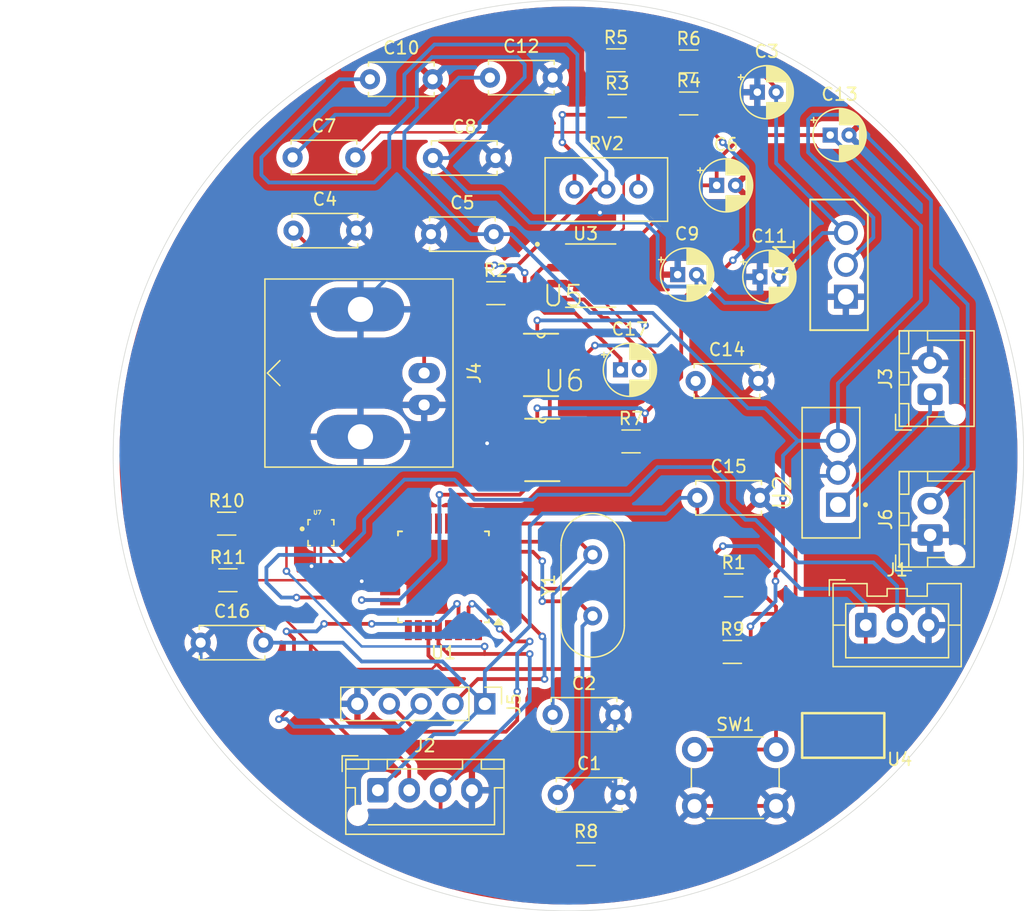
<source format=kicad_pcb>
(kicad_pcb (version 20240108) (generator "pcbnew") (generator_version "8.0")
  (layers (0 "F.Cu" signal) (31 "B.Cu" signal) (34 "B.Paste" user) (35 "F.Paste" user) (36 "B.SilkS" user "B.Silkscreen") (37 "F.SilkS" user "F.Silkscreen") (38 "B.Mask" user) (39 "F.Mask" user) (44 "Edge.Cuts" user))
  (net 0 "")
  (net 1 "osc1")
  (net 2 "T2")
  (net 3 "osc2")
  (net 4 "-5V")
  (net 5 "GND")
  (net 6 "Net-(U5-NON-INV._INPUT)")
  (net 7 "+5V")
  (net 8 "Net-(U5-OUTPUT)")
  (net 9 "Net-(U5-INV._INPUT)")
  (net 10 "7V")
  (net 11 "3.3V")
  (net 12 "Net-(U3-CAP+)")
  (net 13 "Net-(U3-CAP?)")
  (net 14 "SCL")
  (net 15 "SDA")
  (net 16 "+7V")
  (net 17 "Net-(J4-In)")
  (net 18 "Reset_Lora")
  (net 19 "TXD")
  (net 20 "RXD")
  (net 21 "-7V")
  (net 22 "boton")
  (net 23 "Net-(R3-Pad1)")
  (net 24 "Net-(R4-Pad1)")
  (net 25 "Net-(U6-NON-INV._INPUT)")
  (net 26 "OUT_PH")
  (footprint "Connector_JST:JST_XH_B4B-XH-AM_1x04_P2.50mm_Vertical" (layer "F.Cu") (at 48.675 79.52363)
    (property "Reference" "J2")
    (property "Value" "Conn_01x04_Pin")
  )
  (footprint "Capacitor_THT:CP_Radial_D4.0mm_P1.50mm" (layer "F.Cu") (at 84.745 27.27363)
    (property "Reference" "C13")
    (property "Value" "10uF")
  )
  (footprint "Custom_Library:SOT223" (layer "F.Cu") (at 85.785 75.15363 180)
    (property "Reference" "U4")
    (property "Value" "LD1117AS33")
  )
  (footprint "Resistor_SMD:R_1206_3216Metric" (layer "F.Cu") (at 58.085 39.88363)
    (property "Reference" "R2")
    (property "Value" "4.7M")
  )
  (footprint "Capacitor_THT:C_Disc_D5.0mm_W2.5mm_P5.00mm" (layer "F.Cu") (at 34.545 67.75363)
    (property "Reference" "C16")
    (property "Value" "100nf")
  )
  (footprint "Resistor_SMD:R_1206_3216Metric" (layer "F.Cu") (at 36.715 62.77363)
    (property "Reference" "R11")
    (property "Value" "4.7k")
  )
  (footprint "Capacitor_THT:CP_Radial_D4.0mm_P1.50mm" (layer "F.Cu") (at 68.022401 45.99363)
    (property "Reference" "C17")
    (property "Value" "100uF")
  )
  (footprint "Resistor_SMD:R_1206_3216Metric" (layer "F.Cu") (at 76.945 68.49363)
    (property "Reference" "R9")
    (property "Value" "1k")
  )
  (footprint "Custom_Library:TO255P1040X460X1968-3" (layer "F.Cu") (at 85.365 56.75363 90)
    (property "Reference" "U2")
    (property "Value" "L7805CV")
  )
  (footprint "Potentiometer_THT:Potentiometer_Bourns_3296W_Vertical" (layer "F.Cu") (at 69.435 31.61363)
    (property "Reference" "RV2")
    (property "Value" "5K")
  )
  (footprint "Custom_Library:PQFN50P200X200X80-10N" (layer "F.Cu") (at 44.135 58.97863)
    (property "Reference" "U7")
    (property "Value" "BMP388")
  )
  (footprint "Button_Switch_THT:SW_PUSH_6mm_H7.3mm" (layer "F.Cu") (at 73.925 76.27363)
    (property "Reference" "SW1")
    (property "Value" "Switch_Editable")
  )
  (footprint "Connector_Coaxial:BNC_Amphenol_B6252HB-NPP3G-50_Horizontal" (layer "F.Cu") (at 52.365 46.25363 90)
    (property "Reference" "J4")
    (property "Value" "Conn_Coaxial")
  )
  (footprint "Custom_Library:SOIC127P600X175-8N" (layer "F.Cu") (at 61.785 52.38363)
    (property "Reference" "U6")
    (property "Value" "CA3140AMZ")
  )
  (footprint "Resistor_SMD:R_1206_3216Metric" (layer "F.Cu") (at 65.275 84.62363)
    (property "Reference" "R8")
    (property "Value" "1k")
  )
  (footprint "Connector_PinHeader_2.54mm:PinHeader_1x05_P2.54mm_Vertical" (layer "F.Cu") (at 57.205 72.63363 -90)
    (property "Reference" "J5")
    (property "Value" "Conn_01x05_Pin")
  )
  (footprint "Resistor_SMD:R_1206_3216Metric" (layer "F.Cu") (at 68.865 51.70363)
    (property "Reference" "R7")
    (property "Value" "30k")
  )
  (footprint "Capacitor_THT:C_Disc_D5.0mm_W2.5mm_P5.00mm" (layer "F.Cu") (at 63.025 79.89363)
    (property "Reference" "C1")
    (property "Value" "22pf")
  )
  (footprint "Capacitor_THT:CP_Radial_D4.0mm_P1.50mm" (layer "F.Cu") (at 72.582401 38.40363)
    (property "Reference" "C9")
    (property "Value" "10uF")
  )
  (footprint "Package_QFP:TQFP-32_7x7mm_P0.8mm" (layer "F.Cu") (at 53.905 62.50363 180)
    (property "Reference" "U1")
    (property "Value" "ATmega328P-M")
  )
  (footprint "Capacitor_THT:C_Disc_D5.0mm_W2.5mm_P5.00mm" (layer "F.Cu") (at 41.875 29.05363)
    (property "Reference" "C7")
    (property "Value" "1uf")
  )
  (footprint "Connector_JST:JST_XH_B2B-XH-AM_1x02_P2.50mm_Vertical" (layer "F.Cu") (at 92.715 59.16363 90)
    (property "Reference" "J6")
    (property "Value" "Conn_01x02_Pin")
  )
  (footprint "Capacitor_THT:C_Disc_D5.0mm_W2.5mm_P5.00mm" (layer "F.Cu") (at 57.615 22.69363)
    (property "Reference" "C12")
    (property "Value" "100nf")
  )
  (footprint "Crystal:Crystal_HC49-4H_Vertical" (layer "F.Cu") (at 65.805 65.62363 90)
    (property "Reference" "Y1")
    (property "Value" "Crystal")
  )
  (footprint "Capacitor_THT:C_Disc_D5.0mm_W2.5mm_P5.00mm" (layer "F.Cu") (at 62.615 73.50363)
    (property "Reference" "C2")
    (property "Value" "22pf")
  )
  (footprint "Resistor_SMD:R_1206_3216Metric" (layer "F.Cu") (at 77.045 63.18363)
    (property "Reference" "R1")
    (property "Value" "10k")
  )
  (footprint "Capacitor_THT:C_Disc_D5.0mm_W2.5mm_P5.00mm" (layer "F.Cu") (at 74.145 56.20363)
    (property "Reference" "C15")
    (property "Value" "10uf")
  )
  (footprint "Resistor_SMD:R_1206_3216Metric" (layer "F.Cu") (at 36.615 58.26363)
    (property "Reference" "R10")
    (property "Value" "4.7k")
  )
  (footprint "Resistor_SMD:R_1206_3216Metric" (layer "F.Cu") (at 67.7625 24.95363)
    (property "Reference" "R3")
    (property "Value" "2.2k")
  )
  (footprint "Custom_Library:SOIC127P600X175-8N" (layer "F.Cu") (at 61.685 45.60363)
    (property "Reference" "U5")
    (property "Value" "CA3140AMZ")
  )
  (footprint "Resistor_SMD:R_1206_3216Metric" (layer "F.Cu") (at 67.6625 21.31363)
    (property "Reference" "R5")
    (property "Value" "30k")
  )
  (footprint "Capacitor_THT:CP_Radial_D4.0mm_P1.50mm" (layer "F.Cu") (at 79.145 38.58363)
    (property "Reference" "C11")
    (property "Value" "10uF")
  )
  (footprint "Capacitor_THT:CP_Radial_D4.0mm_P1.50mm" (layer "F.Cu") (at 78.935 23.85363)
    (property "Reference" "C3")
    (property "Value" "100uF")
  )
  (footprint "Connector_JST:JST_XH_B2B-XH-AM_1x02_P2.50mm_Vertical" (layer "F.Cu") (at 92.71 47.94363 90)
    (property "Reference" "J3")
    (property "Value" "Conn_01x02_Pin")
  )
  (footprint "Connector_JST:JST_XA_B03B-XASK-1_1x03_P2.50mm_Vertical" (layer "F.Cu") (at 87.585 66.35363)
    (property "Reference" "J1")
    (property "Value" "Conn_01x03_Pin")
  )
  (footprint "Capacitor_THT:C_Disc_D5.0mm_W2.5mm_P5.00mm" (layer "F.Cu") (at 52.915 35.17363)
    (property "Reference" "C5")
    (property "Value" "100nf")
  )
  (footprint "Resistor_SMD:R_1206_3216Metric" (layer "F.Cu") (at 73.4625 21.40363)
    (property "Reference" "R6")
    (property "Value" "75k")
  )
  (footprint "Capacitor_THT:CP_Radial_D4.0mm_P1.50mm" (layer "F.Cu") (at 75.692401 31.28363)
    (property "Reference" "C6")
    (property "Value" "10uF")
  )
  (footprint "Capacitor_THT:C_Disc_D5.0mm_W2.5mm_P5.00mm" (layer "F.Cu") (at 48.045 22.82363)
    (property "Reference" "C10")
    (property "Value" "100nf")
  )
  (footprint "Custom_Library:SOIC127P599X175-8N" (layer "F.Cu") (at 65.645 38.48363)
    (property "Reference" "U3")
    (property "Value" "TC1121COA")
  )
  (footprint "Capacitor_THT:C_Disc_D5.0mm_W2.5mm_P5.00mm" (layer "F.Cu") (at 41.945 34.89363)
    (property "Reference" "C4")
    (property "Value" "2.2nf")
  )
  (footprint "Resistor_SMD:R_1206_3216Metric" (layer "F.Cu") (at 73.4625 24.75363)
    (property "Reference" "R4")
    (property "Value" "1k")
  )
  (footprint "Capacitor_THT:C_Disc_D5.0mm_W2.5mm_P5.00mm" (layer "F.Cu") (at 53.065 29.10363)
    (property "Reference" "C8")
    (property "Value" "100nf")
  )
  (footprint "Custom_Library:TO254P450X1020X1935-3P" (layer "F.Cu") (at 84.905 35.08363 90)
    (property "Reference" "Q1")
    (property "Value" "L7905CV")
  )
  (footprint "Capacitor_THT:C_Disc_D5.0mm_W2.5mm_P5.00mm" (layer "F.Cu") (at 74.015 46.88363)
    (property "Reference" "C14")
    (property "Value" "100nf")
  )
  (gr_circle (center 63.87162 52.83363) (end 31.429661 36.53363) (stroke (width 0.05)) (fill none) (layer "Edge.Cuts"))
  (segment (start 61.035 60.50363) (end 58.155 60.50363) (width 0.3) (layer "F.Cu") (net 1))
  (segment (start 61.785 61.25363) (end 61.035 60.50363) (width 0.3) (layer "F.Cu") (net 1))
  (segment (start 65.805 65.62363) (end 64.635 64.45363) (width 0.3) (layer "F.Cu") (net 1))
  (segment (start 64.635 64.45363) (end 61.785 64.45363) (width 0.3) (layer "F.Cu") (net 1))
  (via (at 61.785 61.25363) (size 0.6) (drill 0.3) (layers "F.Cu" "B.Cu") (net 1))
  (via (at 61.785 64.45363) (size 0.6) (drill 0.3) (layers "F.Cu" "B.Cu") (net 1))
  (segment (start 63.025 79.89363) (end 64.985 77.93363) (width 0.3) (layer "B.Cu") (net 1))
  (segment (start 64.985 77.93363) (end 64.985 66.44363) (width 0.3) (layer "B.Cu") (net 1))
  (segment (start 64.985 66.44363) (end 65.805 65.62363) (width 0.3) (layer "B.Cu") (net 1))
  (segment (start 61.785 64.45363) (end 61.785 61.25363) (width 0.3) (layer "B.Cu") (net 1))
  (segment (start 46.335 65.30363) (end 49.655 65.30363) (width 0.3) (layer "F.Cu") (net 2))
  (segment (start 45.185 64.15363) (end 46.335 65.30363) (width 0.3) (layer "F.Cu") (net 2))
  (segment (start 42.185 64.15363) (end 45.185 64.15363) (width 0.3) (layer "F.Cu") (net 2))
  (via (at 42.185 64.15363) (size 0.6) (drill 0.3) (layers "F.Cu" "B.Cu") (net 2))
  (segment (start 76.585 56.55363) (end 76.585 54.95363) (width 0.3) (layer "B.Cu") (net 2))
  (segment (start 61.385 55.95363) (end 61.185 56.15363) (width 0.3) (layer "B.Cu") (net 2))
  (segment (start 54.785 54.75363) (end 52.185 54.75363) (width 0.3) (layer "B.Cu") (net 2))
  (segment (start 41.185 60.75363) (end 40.785 60.75363) (width 0.3) (layer "B.Cu") (net 2))
  (segment (start 39.785 62.95363) (end 40.985 64.15363) (width 0.3) (layer "B.Cu") (net 2))
  (segment (start 60.985 56.35363) (end 56.385 56.35363) (width 0.3) (layer "B.Cu") (net 2))
  (segment (start 77.985 57.95363) (end 76.585 56.55363) (width 0.3) (layer "B.Cu") (net 2))
  (segment (start 50.785 54.75363) (end 47.585 57.95363) (width 0.3) (layer "B.Cu") (net 2))
  (segment (start 47.585 57.95363) (end 47.585 58.95363) (width 0.3) (layer "B.Cu") (net 2))
  (segment (start 68.785 55.95363) (end 61.385 55.95363) (width 0.3) (layer "B.Cu") (net 2))
  (segment (start 47.585 58.95363) (end 46.585 59.95363) (width 0.3) (layer "B.Cu") (net 2))
  (segment (start 76.585 54.95363) (end 75.385 53.75363) (width 0.3) (layer "B.Cu") (net 2))
  (segment (start 56.385 56.35363) (end 54.785 54.75363) (width 0.3) (layer "B.Cu") (net 2))
  (segment (start 39.785 61.75363) (end 39.785 62.95363) (width 0.3) (layer "B.Cu") (net 2))
  (segment (start 52.185 54.75363) (end 50.785 54.75363) (width 0.3) (layer "B.Cu") (net 2))
  (segment (start 90.085 63.25363) (end 88.185 61.35363) (width 0.3) (layer "B.Cu") (net 2))
  (segment (start 88.185 61.35363) (end 82.185 61.35363) (width 0.3) (layer "B.Cu") (net 2))
  (segment (start 61.185 56.15363) (end 60.985 56.35363) (width 0.3) (layer "B.Cu") (net 2))
  (segment (start 70.985 53.75363) (end 68.785 55.95363) (width 0.3) (layer "B.Cu") (net 2))
  (segment (start 40.785 60.75363) (end 39.785 61.75363) (width 0.3) (layer "B.Cu") (net 2))
  (segment (start 46.585 59.95363) (end 45.785 60.75363) (width 0.3) (layer "B.Cu") (net 2))
  (segment (start 40.985 64.15363) (end 42.185 64.15363) (width 0.3) (layer "B.Cu") (net 2))
  (segment (start 75.385 53.75363) (end 72.785 53.75363) (width 0.3) (layer "B.Cu") (net 2))
  (segment (start 72.785 53.75363) (end 70.985 53.75363) (width 0.3) (layer "B.Cu") (net 2))
  (segment (start 82.185 61.35363) (end 78.985 58.15363) (width 0.3) (layer "B.Cu") (net 2))
  (segment (start 45.785 60.75363) (end 41.185 60.75363) (width 0.3) (layer "B.Cu") (net 2))
  (segment (start 78.985 58.15363) (end 78.785 57.95363) (width 0.3) (layer "B.Cu") (net 2))
  (segment (start 78.785 57.95363) (end 77.985 57.95363) (width 0.3) (layer "B.Cu") (net 2))
  (segment (start 90.085 66.35363) (end 90.085 63.25363) (width 0.3) (layer "B.Cu") (net 2))
  (segment (start 65.805 60.74363) (end 64.765 59.70363) (width 0.3) (layer "F.Cu") (net 3))
  (segment (start 64.765 59.70363) (end 58.155 59.70363) (width 0.3) (layer "F.Cu") (net 3))
  (segment (start 62.615 63.93363) (end 65.805 60.74363) (width 0.3) (layer "B.Cu") (net 3))
  (segment (start 62.615 73.50363) (end 62.615 63.93363) (width 0.3) (layer "B.Cu") (net 3))
  (segment (start 68.315 40.38863) (end 72.945929 40.38863) (width 0.3) (layer "F.Cu") (net 4))
  (segment (start 76.385 23.05363) (end 77.385 22.05363) (width 0.3) (layer "F.Cu") (net 4))
  (segment (start 78.985 22.05363) (end 80.435 23.50363) (width 0.3) (layer "F.Cu") (net 4))
  (segment (start 56.385 53.45363) (end 57.185 54.25363) (width 0.3) (layer "F.Cu") (net 4))
  (segment (start 57.585 54.25363) (end 57.62 54.28863) (width 0.3) (layer "F.Cu") (net 4))
  (segment (start 61.385 46.05603) (end 61.385 42.05363) (width 0.3) (layer "F.Cu") (net 4))
  (segment (start 58.13 47.50863) (end 56.385 49.25363) (width 0.3) (layer "F.Cu") (net 4))
  (segment (start 72 21.40363) (end 73.65 23.05363) (width 0.3) (layer "F.Cu") (net 4))
  (segment (start 72.945929 40.38863) (end 74.082401 39.252158) (width 0.3) (layer "F.Cu") (net 4))
  (segment (start 57.185 54.25363) (end 57.585 54.25363) (width 0.3) (layer "F.Cu") (net 4))
  (segment (start 80.435 23.50363) (end 80.435 23.85363) (width 0.3) (layer "F.Cu") (net 4))
  (segment (start 69.985 42.45363) (end 69.985 42.05863) (width 0.3) (layer "F.Cu") (net 4))
  (segment (start 73.65 23.05363) (end 76.385 23.05363) (width 0.3) (layer "F.Cu") (net 4))
  (segment (start 59.9324 47.50863) (end 61.385 46.05603) (width 0.3) (layer "F.Cu") (net 4))
  (segment (start 74.082401 39.252158) (end 74.082401 38.40363) (width 0.3) (layer "F.Cu") (net 4))
  (segment (start 56.385 49.25363) (end 56.385 53.45363) (width 0.3) (layer "F.Cu") (net 4))
  (segment (start 59.2212 47.50863) (end 58.13 47.50863) (width 0.3) (layer "F.Cu") (net 4))
  (segment (start 59.2212 47.50863) (end 59.9324 47.50863) (width 0.3) (layer "F.Cu") (net 4))
  (segment (start 57.62 54.28863) (end 59.3212 54.28863) (width 0.3) (layer "F.Cu") (net 4))
  (segment (start 69.985 42.05863) (end 68.315 40.38863) (width 0.3) (layer "F.Cu") (net 4))
  (segment (start 77.385 22.05363) (end 78.985 22.05363) (width 0.3) (layer "F.Cu") (net 4))
  (via (at 69.985 42.45363) (size 0.6) (drill 0.3) (layers "F.Cu" "B.Cu") (net 4))
  (via (at 61.385 42.05363) (size 0.6) (drill 0.3) (layers "F.Cu" "B.Cu") (net 4))
  (segment (start 79.585 40.65363) (end 80.645 39.59363) (width 0.3) (layer "B.Cu") (net 4))
  (segment (start 55.785 31.82363) (end 53.065 29.10363) (width 0.3) (layer "B.Cu") (net 4))
  (segment (start 85.9972 35.08363) (end 80.435 29.52143) (width 0.3) (layer "B.Cu") (net 4))
  (segment (start 39.385 30.45363) (end 39.985 31.05363) (width 0.3) (layer "B.Cu") (net 4))
  (segment (start 55.785 31.85363) (end 55.785 31.82363) (width 0.3) (layer "B.Cu") (net 4))
  (segment (start 56.785 26.65363) (end 54.335 29.10363) (width 0.3) (layer "B.Cu") (net 4))
  (segment (start 80.435 29.52143) (end 80.435 23.85363) (width 0.3) (layer "B.Cu") (net 4))
  (segment (start 60.785 34.25363) (end 58.385 31.85363) (width 0.3) (layer "B.Cu") (net 4))
  (segment (start 69.585 42.05363) (end 69.985 42.45363) (width 0.3) (layer "B.Cu") (net 4))
  (segment (start 48.385 31.05363) (end 49.585 29.85363) (width 0.3) (layer "B.Cu") (net 4))
  (segment (start 51.785 25.05363) (end 51.785 22.25363) (width 0.3) (layer "B.Cu") (net 4))
  (segment (start 69.985 34.25363) (end 60.785 34.25363) (width 0.3) (layer "B.Cu") (net 4))
  (segment (start 84.145 35.08363) (end 85.9972 35.08363) (width 0.3) (layer "B.Cu") (net 4))
  (segment (start 48.045 22.82363) (end 45.615 22.82363) (width 0.3) (layer "B.Cu") (net 4))
  (segment (start 45.615 22.82363) (end 39.385 29.05363) (width 0.3) (layer "B.Cu") (net 4))
  (segment (start 80.645 39.59363) (end 80.645 38.58363) (width 0.3) (layer "B.Cu") (net 4))
  (segment (start 39.985 31.05363) (end 48.385 31.05363) (width 0.3) (layer "B.Cu") (net 4))
  (segment (start 61.385 42.05363) (end 69.585 42.05363) (width 0.3) (layer "B.Cu") (net 4))
  (segment (start 70.985 38.65363) (end 70.985 35.25363) (width 0.3) (layer "B.Cu") (net 4))
  (segment (start 74.082401 38.40363) (end 74.082401 39.252158) (width 0.3) (layer "B.Cu") (net 4))
  (segment (start 49.585 27.25363) (end 51.785 25.05363) (width 0.3) (layer "B.Cu") (net 4))
  (segment (start 70.985 35.25363) (end 69.985 34.25363) (width 0.3) (layer "B.Cu") (net 4))
  (segment (start 58.385 31.85363) (end 55.785 31.85363) (width 0.3) (layer "B.Cu") (net 4))
  (segment (start 39.385 29.05363) (end 39.385 30.45363) (width 0.3) (layer "B.Cu") (net 4))
  (segment (start 60.385 22.65363) (end 56.785 26.25363) (width 0.3) (layer "B.Cu") (net 4))
  (segment (start 74.082401 38.40363) (end 76.332401 40.65363) (width 0.3) (layer "B.Cu") (net 4))
  (segment (start 52.985 21.05363) (end 59.785 21.05363) (width 0.3) (layer "B.Cu") (net 4))
  (segment (start 59.785 21.05363) (end 60.385 21.65363) (width 0.3) (layer "B.Cu") (net 4))
  (segment (start 51.785 22.25363) (end 52.985 21.05363) (width 0.3) (layer "B.Cu") (net 4))
  (segment (start 73.980929 39.35363) (end 71.685 39.35363) (width 0.3) (layer "B.Cu") (net 4))
  (segment (start 54.335 29.10363) (end 53.065 29.10363) (width 0.3) (layer "B.Cu") (net 4))
  (segment (start 71.685 39.35363) (end 70.985 38.65363) (width 0.3) (layer "B.Cu") (net 4))
  (segment (start 74.082401 39.252158) (end 73.980929 39.35363) (width 0.3) (layer "B.Cu") (net 4))
  (segment (start 49.585 29.85363) (end 49.585 27.25363) (width 0.3) (layer "B.Cu") (net 4))
  (segment (start 80.645 38.58363) (end 84.145 35.08363) (width 0.3) (layer "B.Cu") (net 4))
  (segment (start 60.385 21.65363) (end 60.385 22.65363) (width 0.3) (layer "B.Cu") (net 4))
  (segment (start 76.332401 40.65363) (end 79.585 40.65363) (width 0.3) (layer "B.Cu") (net 4))
  (segment (start 56.785 26.25363) (end 56.785 26.65363) (width 0.3) (layer "B.Cu") (net 4))
  (segment (start 56.185 62.25363) (end 56.185 63.25363) (width 0.3) (layer "F.Cu") (net 5))
  (segment (start 64.785 35.05363) (end 64.785 38.65363) (width 0.3) (layer "F.Cu") (net 5))
  (segment (start 64.785 38.65363) (end 64.32 39.11863) (width 0.3) (layer "F.Cu") (net 5))
  (segment (start 43.635 61.40363) (end 43.385 61.65363) (width 0.2) (layer "F.Cu") (net 5))
  (segment (start 56.335 62.10363) (end 56.185 62.25363) (width 0.3) (layer "F.Cu") (net 5))
  (segment (start 64.32 39.11863) (end 62.975 39.11863) (width 0.3) (layer "F.Cu") (net 5))
  (segment (start 55.985 63.25363) (end 55.635 62.90363) (width 0.3) (layer "F.Cu") (net 5))
  (segment (start 57.385 51.85363) (end 59.2162 51.85363) (width 0.3) (layer "F.Cu") (net 5))
  (segment (start 47.385 62.85363) (end 47.435 62.90363) (width 0.2) (layer "F.Cu") (net 5))
  (segment (start 43.635 59.74363) (end 43.635 61.40363) (width 0.2) (layer "F.Cu") (net 5))
  (segment (start 58.155 62.10363) (end 56.335 62.10363) (width 0.3) (layer "F.Cu") (net 5))
  (segment (start 59.2162 51.85363) (end 59.3212 51.74863) (width 0.3) (layer "F.Cu") (net 5))
  (segment (start 56.185 63.25363) (end 56.635 63.70363) (width 0.3) (layer "F.Cu") (net 5))
  (segment (start 56.185 63.25363) (end 55.985 63.25363) (width 0.3) (layer "F.Cu") (net 5))
  (segment (start 55.635 62.90363) (end 49.655 62.90363) (width 0.3) (layer "F.Cu") (net 5))
  (segment (start 47.435 62.90363) (end 49.655 62.90363) (width 0.2) (layer "F.Cu") (net 5))
  (segment (start 66.385 33.45363) (end 64.785 35.05363) (width 0.3) (layer "F.Cu") (net 5))
  (segment (start 80.425 80.77363) (end 73.925 80.77363) (width 0.3) (layer "F.Cu") (net 5))
  (segment (start 56.635 63.70363) (end 58.155 63.70363) (width 0.3) (layer "F.Cu") (net 5))
  (via (at 66.385 33.45363) (size 0.6) (drill 0.3) (layers "F.Cu" "B.Cu") (net 5))
  (via (at 57.385 51.85363) (size 0.6) (drill 0.3) (layers "F.Cu" "B.Cu") (net 5))
  (via (at 43.385 61.65363) (size 0.6) (drill 0.3) (layers "F.Cu" "B.Cu") (net 5))
  (via (at 47.385 62.85363) (size 0.6) (drill 0.3) (layers "F.Cu" "B.Cu") (net 5))
  (segment (start 34.545 67.75363) (end 34.545 69.61363) (width 0.3) (layer "B.Cu") (net 5))
  (segment (start 34.545 69.61363) (end 37.585 72.65363) (width 0.3) (layer "B.Cu") (net 5))
  (segment (start 72.582401 38.40363) (end 72.582401 36.143924) (width 0.3) (layer "B.Cu") (net 5))
  (segment (start 69.892107 33.45363) (end 66.385 33.45363) (width 0.3) (layer "B.Cu") (net 5))
  (segment (start 83.785 54.45363) (end 85.115 54.45363) (width 0.3) (layer "B.Cu") (net 5))
  (segment (start 67.615 73.50363) (end 67.615 79.48363) (width 0.3) (layer "B.Cu") (net 5))
  (segment (start 92.715 59.16363) (end 83.895 59.16363) (width 0.3) (layer "B.Cu") (net 5))
  (segment (start 54.325 48.79363) (end 57.385 51.85363) (width 0.3) (layer "B.Cu") (net 5))
  (segment (start 52.365 48.79363) (end 54.325 48.79363) (width 0.3) (layer "B.Cu") (net 5))
  (segment (start 85.115 54.45363) (end 85.365 54.20363) (width 0.3) (layer "B.Cu") (net 5))
  (segment (start 72.582401 36.143924) (end 69.892107 33.45363) (width 0.3) (layer "B.Cu") (net 5))
  (segment (start 46.385 61.85363) (end 47.385 62.85363) (width 0.2) (layer "B.Cu") (net 5))
  (segment (start 38.385 72.65363) (end 38.405 72.63363) (width 0.3) (layer "B.Cu") (net 5))
  (segment (start 83.895 59.16363) (end 82.985 58.25363) (width 0.3) (layer "B.Cu") (net 5))
  (segment (start 38.405 72.63363) (end 47.045 72.63363) (width 0.3) (layer "B.Cu") (net 5))
  (segment (start 67.615 79.48363) (end 68.025 79.89363) (width 0.3) (layer "B.Cu") (net 5))
  (segment (start 52.915 35.17363) (end 47.285 40.80363) (width 0.3) (layer "B.Cu") (net 5))
  (segment (start 47.285 40.80363) (end 47.285 41.17363) (width 0.3) (layer "B.Cu") (net 5))
  (segment (start 82.985 58.25363) (end 82.985 55.25363) (width 0.3) (layer "B.Cu") (net 5))
  (segment (start 43.385 61.65363) (end 43.585 61.85363) (width 0.2) (layer "B.Cu") (net 5))
  (segment (start 43.585 61.85363) (end 46.385 61.85363) (width 0.2) (layer "B.Cu") (net 5))
  (segment (start 82.985 55.25363) (end 83.785 54.45363) (width 0.3) (layer "B.Cu") (net 5))
  (segment (start 37.585 72.65363) (end 38.385 72.65363) (width 0.3) (layer "B.Cu") (net 5))
  (segment (start 59.8 46.23863) (end 59.2212 46.23863) (width 0.3) (layer "F.Cu") (net 6))
  (segment (start 60.385 39.04613) (end 59.5475 39.88363) (width 0.3) (layer "F.Cu") (net 6))
  (segment (start 44.705 37.65363) (end 56.985 37.65363) (width 0.3) (layer "F.Cu") (net 6))
  (segment (start 41.945 34.89363) (end 44.705 37.65363) (width 0.3) (layer "F.Cu") (net 6))
  (segment (start 56.985 37.65363) (end 57.985 37.65363) (width 0.3) (layer "F.Cu") (net 6))
  (segment (start 60.385 38.25363) (end 60.385 39.04613) (width 0.3) (layer "F.Cu") (net 6))
  (segment (start 60.785 45.25363) (end 59.8 46.23863) (width 0.3) (layer "F.Cu") (net 6))
  (segment (start 60.785 43.35363) (end 60.785 45.25363) (width 0.3) (layer "F.Cu") (net 6))
  (segment (start 59.5475 42.11613) (end 60.785 43.35363) (width 0.3) (layer "F.Cu") (net 6))
  (segment (start 59.5475 39.88363) (end 59.5475 42.11613) (width 0.3) (layer "F.Cu") (net 6))
  (via (at 57.985 37.65363) (size 0.6) (drill 0.3) (layers "F.Cu" "B.Cu") (net 6))
  (via (at 60.385 38.25363) (size 0.6) (drill 0.3) (layers "F.Cu" "B.Cu") (net 6))
  (segment (start 59.785 37.65363) (end 60.385 38.25363) (width 0.3) (layer "B.Cu") (net 6))
  (segment (start 57.985 37.65363) (end 59.785 37.65363) (width 0.3) (layer "B.Cu") (net 6))
  (segment (start 65.07 44.96863) (end 64.1488 44.96863) (width 0.3) (layer "F.Cu") (net 7))
  (segment (start 72.235456 63.45363) (end 76.395 67.613174) (width 0.3) (layer "F.Cu") (net 7))
  (segment (start 62.385 51.25363) (end 62.88 51.74863) (width 0.3) (layer "F.Cu") (net 7))
  (segment (start 80.985 61.65363) (end 80.985 56.25363) (width 0.3) (layer "F.Cu") (net 7))
  (segment (start 84.745 27.27363) (end 77.765 27.27363) (width 0.3) (layer "F.Cu") (net 7))
  (segment (start 65.985 44.05363) (end 65.07 44.96863) (width 0.3) (layer "F.Cu") (net 7))
  (segment (start 58.155 62.90363) (end 60.135 62.90363) (width 0.3) (layer "F.Cu") (net 7))
  (segment (start 68.315 39.11863) (end 67.05 39.11863) (width 0.3) (layer "F.Cu") (net 7))
  (segment (start 66.7375 84.62363) (end 68.1075 83.25363) (width 0.3) (layer "F.Cu") (net 7))
  (segment (start 80.385 62.85363) (end 80.385 62.25363) (width 0.3) (layer "F.Cu") (net 7))
  (segment (start 78.4075 70.03113) (end 78.4075 68.49363) (width 0.3) (layer "F.Cu") (net 7))
  (segment (start 77.385 71.05363) (end 78.4075 70.03113) (width 0.3) (layer "F.Cu") (net 7))
  (segment (start 67.05 39.11863) (end 66.385 38.45363) (width 0.3) (layer "F.Cu") (net 7))
  (segment (start 67.06 36.57863) (end 68.315 36.57863) (width 0.3) (layer "F.Cu") (net 7))
  (segment (start 80.385 62.25363) (end 80.985 61.65363) (width 0.3) (layer "F.Cu") (net 7))
  (segment (start 58.155 61.30363) (end 59.255 61.30363) (width 0.3) (layer "F.Cu") (net 7))
  (segment (start 66.385 37.25363) (end 67.06 36.57863) (width 0.3) (layer "F.Cu") (net 7))
  (segment (start 73.585 71.05363) (end 77.385 71.05363) (width 0.3) (layer "F.Cu") (net 7))
  (segment (start 78.4075 66.47613) (end 78.385 66.45363) (width 0.3) (layer "F.Cu") (net 7))
  (segment (start 62.385 45.45363) (end 62.385 51.25363) (width 0.3) (layer "F.Cu") (net 7))
  (segment (start 74.715456 71.05363) (end 73.585 71.05363) (width 0.3) (layer "F.Cu") (net 7))
  (segment (start 75.692401 31.28363) (end 73.61 31.28363) (width 0.3) (layer "F.Cu") (net 7))
  (segment (start 71.385 73.25363) (end 73.585 71.05363) (width 0.3) (layer "F.Cu") (net 7))
  (segment (start 77.765 27.27363) (end 75.692401 29.346229) (width 0.3) (layer "F.Cu") (net 7))
  (segment (start 68.1075 83.25363) (end 70.185 83.25363) (width 0.3) (layer "F.Cu") (net 7))
  (segment (start 75.692401 29.346229) (end 75.692401 31.28363) (width 0.3) (layer "F.Cu") (net 7))
  (segment (start 60.135 62.90363) (end 60.495 62.54363) (width 0.3) (layer "F.Cu") (net 7))
  (segment (start 66.385 38.45363) (end 66.385 37.25363) (width 0.3) (layer "F.Cu") (net 7))
  (segment (start 71.385 82.05363) (end 71.385 73.25363) (width 0.3) (layer "F.Cu") (net 7))
  (segment (start 78.4075 68.49363) (end 78.4075 66.47613) (width 0.3) (layer "F.Cu") (net 7))
  (segment (start 62.87 44.96863) (end 62.385 45.45363) (width 0.3) (layer "F.Cu") (net 7))
  (segment (start 64.1488 44.96863) (end 62.87 44.96863) (width 0.3) (layer "F.Cu") (net 7))
  (segment (start 76.395 69.374086) (end 74.715456 71.05363) (width 0.3) (layer "F.Cu") (net 7))
  (segment (start 62.88 51.74863) (end 64.2488 51.74863) (width 0.3) (layer "F.Cu") (net 7))
  (segment (start 73.61 31.28363) (end 68.315 36.57863) (width 0.3) (layer "F.Cu") (net 7))
  (segment (start 76.395 67.613174) (end 76.395 69.374086) (width 0.3) (layer "F.Cu") (net 7))
  (segment (start 60.495 62.54363) (end 61.405 63.45363) (width 0.3) (layer "F.Cu") (net 7))
  (segment (start 61.405 63.45363) (end 72.235456 63.45363) (width 0.3) (layer "F.Cu") (net 7))
  (segment (start 70.185 83.25363) (end 71.385 82.05363) (width 0.3) (layer "F.Cu") (net 7))
  (segment (start 59.255 61.30363) (end 60.495 62.54363) (width 0.3) (layer "F.Cu") (net 7))
  (via (at 80.985 56.25363) (size 0.6) (drill 0.3) (layers "F.Cu" "B.Cu") (net 7))
  (via (at 78.385 66.45363) (size 0.6) (drill 0.3) (layers "F.Cu" "B.Cu") (net 7))
  (via (at 65.985 44.05363) (size 0.6) (drill 0.3) (layers "F.Cu" "B.Cu") (net 7))
  (via (at 80.385 62.85363) (size 0.6) (drill 0.3) (layers "F.Cu" "B.Cu") (net 7))
  (segment (start 65.585 41.45363) (end 59.305 35.17363) (width 0.3) (layer "B.Cu") (net 7))
  (segment (start 85.365 51.65363) (end 82.158654 51.65363) (width 0.3) (layer "B.Cu") (net 7))
  (segment (start 70.985 44.05363) (end 65.985 44.05363) (width 0.3) (layer "B.Cu") (net 7))
  (segment (start 80.385 64.45363) (end 80.385 62.85363) (width 0.3) (layer "B.Cu") (net 7))
  (segment (start 91.985 40.45363) (end 91.985 34.51363) (width 0.3) (layer "B.Cu") (net 7))
  (segment (start 55.145 22.69363) (end 57.615 22.69363) (width 0.3) (layer "B.Cu") (net 7))
  (segment (start 56.105 35.17363) (end 50.785 29.85363) (width 0.3) (layer "B.Cu") (net 7))
  (segment (start 70.585 41.45363) (end 65.585 41.45363) (width 0.3) (layer "B.Cu") (net 7))
  (segment (start 57.915 35.17363) (end 56.105 35.17363) (width 0.3) (layer "B.Cu") (net 7))
  (segment (start 72.085 42.95363) (end 70.585 41.45363) (width 0.3) (layer "B.Cu") (net 7))
  (segment (start 72.085 42.95363) (end 70.985 44.05363) (width 0.3) (layer "B.Cu") (net 7))
  (segment (start 85.365 47.07363) (end 91.985 40.45363) (width 0.3) (layer "B.Cu") (net 7))
  (segment (start 50.785 29.85363) (end 50.785 27.05363) (width 0.3) (layer "B.Cu") (net 7))
  (segment (start 78.385 66.45363) (end 80.385 64.45363) (width 0.3) (layer "B.Cu") (net 7))
  (segment (start 59.305 35.17363) (end 57.915 35.17363) (width 0.3) (layer "B.Cu") (net 7))
  (segment (start 82.158654 51.65363) (end 79.558654 49.05363) (width 0.3) (layer "B.Cu") (net 7))
  (segment (start 79.558654 49.05363) (end 78.185 49.05363) (width 0.3) (layer "B.Cu") (net 7))
  (segment (start 78.185 49.05363) (end 72.085 42.95363) (width 0.3) (layer "B.Cu") (net 7))
  (segment (start 91.985 34.51363) (end 84.745 27.27363) (width 0.3) (layer "B.Cu") (net 7))
  (segment (start 85.365 51.65363) (end 85.365 47.07363) (width 0.3) (layer "B.Cu") (net 7))
  (segment (start 80.985 52.827284) (end 82.158654 51.65363) (width 0.3) (layer "B.Cu") (net 7))
  (segment (start 80.985 56.25363) (end 80.985 52.827284) (width 0.3) (layer "B.Cu") (net 7))
  (segment (start 50.785 27.05363) (end 55.145 22.69363) (width 0.3) (layer "B.Cu") (net 7))
  (segment (start 69.225 26.01363) (end 69.225 24.95363) (width 0.2) (layer "F.Cu") (net 8))
  (segment (start 48.875 27.05363) (end 68.185 27.05363) (width 0.2) (layer "F.Cu") (net 8))
  (segment (start 65.935 37.067234) (end 65.935 39.80363) (width 0.2) (layer "F.Cu") (net 8))
  (segment (start 70.585 47.25363) (end 66.385 47.25363) (width 0.2) (layer "F.Cu") (net 8))
  (segment (start 69.225 24.95363) (end 68.278604 25.900026) (width 0.2) (layer "F.Cu") (net 8))
  (segment (start 65.37 46.23863) (end 64.1488 46.23863) (width 0.2) (layer "F.Cu") (net 8))
  (segment (start 69.225 24.95363) (end 66.2 21.92863) (width 0.3) (layer "F.Cu") (net 8))
  (segment (start 66.385 47.25363) (end 65.37 46.23863) (width 0.2) (layer "F.Cu") (net 8))
  (segment (start 70.785 44.65363) (end 70.785 47.05363) (width 0.2) (layer "F.Cu") (net 8))
  (segment (start 66.2 21.92863) (end 66.2 21.31363) (width 0.3) (layer "F.Cu") (net 8))
  (segment (start 70.785 47.05363) (end 70.585 47.25363) (width 0.2) (layer "F.Cu") (net 8))
  (segment (start 46.875 29.05363) (end 48.875 27.05363) (width 0.2) (layer "F.Cu") (net 8))
  (segment (start 68.278604 34.72363) (end 65.935 37.067234) (width 0.2) (layer "F.Cu") (net 8))
  (segment (start 68.185 27.05363) (end 69.225 26.01363) (width 0.2) (layer "F.Cu") (net 8))
  (segment (start 68.278604 25.900026) (end 68.278604 34.72363) (width 0.2) (layer "F.Cu") (net 8))
  (segment (start 65.935 39.80363) (end 70.785 44.65363) (width 0.2) (layer "F.Cu") (net 8))
  (segment (start 58.185 39.05363) (end 58.185 41.85363) (width 0.3) (layer "F.Cu") (net 9))
  (segment (start 59.385 37.65363) (end 58.385 38.65363) (width 0.3) (layer "F.Cu") (net 9))
  (segment (start 58.185 41.85363) (end 57.185 42.85363) (width 0.3) (layer "F.Cu") (net 9))
  (segment (start 58.385 38.65363) (end 58.385 38.85363) (width 0.3) (layer "F.Cu") (net 9))
  (segment (start 57.7 44.96863) (end 59.2212 44.96863) (width 0.3) (layer "F.Cu") (net 9))
  (segment (start 59.836767 37.65363) (end 59.385 37.65363) (width 0.3) (layer "F.Cu") (net 9))
  (segment (start 57.185 42.85363) (end 57.185 44.45363) (width 0.3) (layer "F.Cu") (net 9))
  (segment (start 66.895 31.61363) (end 65.876767 31.61363) (width 0.3) (layer "F.Cu") (net 9))
  (segment (start 57.185 44.45363) (end 57.7 44.96863) (width 0.3) (layer "F.Cu") (net 9))
  (segment (start 58.385 38.85363) (end 58.185 39.05363) (width 0.3) (layer "F.Cu") (net 9))
  (segment (start 65.876767 31.61363) (end 59.836767 37.65363) (width 0.3) (layer "F.Cu") (net 9))
  (segment (start 41.875 29.05363) (end 45.275 25.65363) (width 0.3) (layer "B.Cu") (net 9))
  (segment (start 66.895 30.16363) (end 66.895 31.61363) (width 0.3) (layer "B.Cu") (net 9))
  (segment (start 63.785 20.05363) (end 64.585 20.85363) (width 0.3) (layer "B.Cu") (net 9))
  (segment (start 53.185 20.05363) (end 63.785 20.05363) (width 0.3) (layer "B.Cu") (net 9))
  (segment (start 49.585 25.65363) (end 50.785 24.45363) (width 0.3) (layer "B.Cu") (net 9))
  (segment (start 45.275 25.65363) (end 49.585 25.65363) (width 0.3) (layer "B.Cu") (net 9))
  (segment (start 50.785 22.45363) (end 53.185 20.05363) (width 0.3) (layer "B.Cu") (net 9))
  (segment (start 64.585 27.85363) (end 66.895 30.16363) (width 0.3) (layer "B.Cu") (net 9))
  (segment (start 64.585 20.85363) (end 64.585 27.85363) (width 0.3) (layer "B.Cu") (net 9))
  (segment (start 50.785 24.45363) (end 50.785 22.45363) (width 0.3) (layer "B.Cu") (net 9))
  (segment (start 83.474 72.05463) (end 83.474 66.34263) (width 0.3) (layer "F.Cu") (net 10))
  (segment (start 74.015 48.015) (end 81.985 55.985) (width 0.3) (layer "F.Cu") (net 10))
  (segment (start 74.015 46.88363) (end 74.015 48.015) (width 0.3) (layer "F.Cu") (net 10))
  (segment (start 81.985 55.985) (end 81.985 64.85363) (width 0.3) (layer "F.Cu") (net 10))
  (segment (start 83.474 66.34263) (end 81.985 64.85363) (width 0.3) (layer "F.Cu") (net 10))
  (segment (start 76.185 60.05363) (end 75.5825 60.65613) (width 0.3) (layer "F.Cu") (net 11))
  (segment (start 75.585 63.18113) (end 75.585 63.05363) (width 0.3) (layer "F.Cu") (net 11))
  (segment (start 34.185 56.25363) (end 33.585 56.85363) (width 0.2) (layer "F.Cu") (net 11))
  (segment (start 44.119526 58.72863) (end 44.635 59.244104) (width 0.2) (layer "F.Cu") (net 11))
  (segment (start 46.585 61.95363) (end 46.985 61.95363) (width 0.2) (layer "F.Cu") (net 11))
  (segment (start 33.585 56.85363) (end 33.585 61.10613) (width 0.2) (layer "F.Cu") (net 11))
  (segment (start 43.37 58.72863) (end 38.5425 58.72863) (width 0.2) (layer "F.Cu") (net 11))
  (segment (start 44.635 59.244104) (end 44.635 59.74363) (width 0.2) (layer "F.Cu") (net 11))
  (segment (start 35.2525 62.77363) (end 39.545 67.06613) (width 0.2) (layer "F.Cu") (net 11))
  (segment (start 44.635 60.00363) (end 46.585 61.95363) (width 0.2) (layer "F.Cu") (net 11))
  (segment (start 44.635 59.74363) (end 44.635 60.00363) (width 0.2) (layer "F.Cu") (net 11))
  (segment (start 46.985 61.95363) (end 47.135 62.10363) (width 0.2) (layer "F.Cu") (net 11))
  (segment (start 87.585 68.15363) (end 85.785 69.95363) (width 0.3) (layer "F.Cu") (net 11))
  (segment (start 38.5425 58.72863) (end 38.0775 58.26363) (width 0.2) (layer "F.Cu") (net 11))
  (segment (start 39.545 67.06613) (end 39.545 67.75363) (width 0.2) (layer "F.Cu") (net 11))
  (segment (start 75.585 63.05363) (end 74.145 61.61363) (width 0.3) (layer "F.Cu") (net 11))
  (segment (start 85.785 69.95363) (end 85.785 72.05463) (width 0.3) (layer "F.Cu") (net 11))
  (segment (start 74.145 61.61363) (end 74.145 56.20363) (width 0.3) (layer "F.Cu") (net 11))
  (segment (start 75.5825 60.65613) (end 75.5825 63.18363) (width 0.3) (layer "F.Cu") (net 11))
  (segment (start 36.0675 56.25363) (end 34.185 56.25363) (width 0.2) (layer "F.Cu") (net 11))
  (segment (start 43.37 58.72863) (end 44.119526 58.72863) (width 0.2) (layer "F.Cu") (net 11))
  (segment (start 44.635 59.49363) (end 44.9 59.22863) (width 0.2) (layer "F.Cu") (net 11))
  (segment (start 44.635 59.74363) (end 44.635 59.49363) (width 0.2) (layer "F.Cu") (net 11))
  (segment (start 33.585 61.10613) (end 35.2525 62.77363) (width 0.2) (layer "F.Cu") (net 11))
  (segment (start 87.585 66.35363) (end 87.585 68.15363) (width 0.3) (layer "F.Cu") (net 11))
  (segment (start 47.135 62.10363) (end 49.655 62.10363) (width 0.2) (layer "F.Cu") (net 11))
  (segment (start 38.0775 58.26363) (end 36.0675 56.25363) (width 0.2) (layer "F.Cu") (net 11))
  (segment (start 75.5825 63.18363) (end 75.585 63.18113) (width 0.3) (layer "F.Cu") (net 11))
  (via (at 76.185 60.05363) (size 0.6) (drill 0.3) (layers "F.Cu" "B.Cu") (net 11))
  (segment (start 60.785 66.45363) (end 60.785 58.45363) (width 0.3) (layer "B.Cu") (net 11))
  (segment (start 48.675 79.52363) (end 53.145 75.05363) (width 0.3) (layer "B.Cu") (net 11))
  (segment (start 45.885 67.75363) (end 39.545 67.75363) (width 0.3) (layer "B.Cu") (net 11))
  (segment (start 53.145 75.05363) (end 54.785 75.05363) (width 0.3) (layer "B.Cu") (net 11))
  (segment (start 54.785 75.05363) (end 57.205 72.63363) (width 0.3) (layer "B.Cu") (net 11))
  (segment (start 53.825 69.25363) (end 47.385 69.25363) (width 0.3) (layer "B.Cu") (net 11))
  (segment (start 57.205 70.03363) (end 60.785 66.45363) (width 0.3) (layer "B.Cu") (net 11))
  (segment (start 57.205 72.63363) (end 53.825 69.25363) (width 0.3) (layer "B.Cu") (net 11))
  (segment (start 86.385 63.45363) (end 82.385 63.45363) (width 0.3) (layer "B.Cu") (net 11))
  (segment (start 47.385 69.25363) (end 45.885 67.75363) (width 0.3) (layer "B.Cu") (net 11))
  (segment (start 71.585 57.45363) (end 72.835 56.20363) (width 0.3) (layer "B.Cu") (net 11))
  (segment (start 78.985 60.05363) (end 76.185 60.05363) (width 0.3) (layer "B.Cu") (net 11))
  (segment (start 72.835 56.20363) (end 74.145 56.20363) (width 0.3) (layer "B.Cu") (net 11))
  (segment (start 87.585 66.35363) (end 87.585 64.65363) (width 0.3) (layer "B.Cu") (net 11))
  (segment (start 60.785 58.45363) (end 61.785 57.45363) (width 0.3) (layer "B.Cu") (net 11))
  (segment (start 61.785 57.45363) (end 71.585 57.45363) (width 0.3) (layer "B.Cu") (net 11))
  (segment (start 82.385 63.45363) (end 78.985 60.05363) (width 0.3) (layer "B.Cu") (net 11))
  (segment (start 57.205 72.63363) (end 57.205 70.03363) (width 0.3) (layer "B.Cu") (net 11))
  (segment (start 87.585 64.65363) (end 86.385 63.45363) (width 0.3) (layer "B.Cu") (net 11))
  (segment (start 61.79 37.84863) (end 62.975 37.84863) (width 0.3) (layer "F.Cu") (net 12))
  (segment (start 60.985 38.65363) (end 61.79 37.84863) (width 0.3) (layer "F.Cu") (net 12))
  (segment (start 61.985 41.45363) (end 60.985 40.45363) (width 0.3) (layer "F.Cu") (net 12))
  (segment (start 60.985 40.45363) (end 60.985 38.65363) (width 0.3) (layer "F.Cu") (net 12))
  (segment (start 68.022401 45.99363) (end 68.022401 45.091031) (width 0.3) (layer "F.Cu") (net 12))
  (segment (start 68.022401 45.091031) (end 64.385 41.45363) (width 0.3) (layer "F.Cu") (net 12))
  (segment (start 64.385 41.45363) (end 61.985 41.45363) (width 0.3) (layer "F.Cu") (net 12))
  (segment (start 66.985 41.85363) (end 66.585 41.85363) (width 0.3) (layer "F.Cu") (net 13))
  (segment (start 66.585 41.85363) (end 65.12 40.38863) (width 0.3) (layer "F.Cu") (net 13))
  (segment (start 69.522401 45.99363) (end 69.522401 44.391031) (width 0.3) (layer "F.Cu") (net 13))
  (segment (start 65.12 40.38863) (end 62.975 40.38863) (width 0.3) (layer "F.Cu") (net 13))
  (segment (start 69.522401 44.391031) (end 66.985 41.85363) (width 0.3) (layer "F.Cu") (net 13))
  (segment (start 53.505 66.75363) (end 53.505 67.85363) (width 0.3) (layer "F.Cu") (net 14))
  (segment (start 41.185 59.85363) (end 36.7425 59.85363) (width 0.2) (layer "F.Cu") (net 14))
  (segment (start 41.81 59.22863) (end 41.185 59.85363) (width 0.2) (layer "F.Cu") (net 14))
  (segment (start 36.7425 59.85363) (end 35.1525 58.26363) (width 0.2) (layer "F.Cu") (net 14))
  (segment (start 53.505 67.85363) (end 54.305 68.65363) (width 0.3) (layer "F.Cu") (net 14))
  (segment (start 43.37 59.22863) (end 41.81 59.22863) (width 0.2) (layer "F.Cu") (net 14))
  (segment (start 53.675 81.94363) (end 55.585 83.85363) (width 0.3) (layer "F.Cu") (net 14))
  (segment (start 63.0425 83.85363) (end 63.8125 84.62363) (width 0.3) (layer "F.Cu") (net 14))
  (segment (start 41.385 60.05363) (end 41.385 62.05363) (width 0.2) (layer "F.Cu") (net 14))
  (segment (start 54.305 68.65363) (end 57.185 68.65363) (width 0.3) (layer "F.Cu") (net 14))
  (segment (start 55.585 83.85363) (end 63.0425 83.85363) (width 0.3) (layer "F.Cu") (net 14))
  (segment (start 57.185 68.05363) (end 57.185 68.65363) (width 0.2) (layer "F.Cu") (net 14))
  (segment (start 41.185 59.85363) (end 41.385 60.05363) (width 0.2) (layer "F.Cu") (net 14))
  (segment (start 57.185 68.65363) (end 60.785 68.65363) (width 0.3) (layer "F.Cu") (net 14))
  (segment (start 53.675 79.52363) (end 53.675 81.94363) (width 0.3) (layer "F.Cu") (net 14))
  (via (at 57.185 68.05363) (size 0.6) (drill 0.3) (layers "F.Cu" "B.Cu") (net 14))
  (via (at 41.385 62.05363) (size 0.6) (drill 0.3) (layers "F.Cu" "B.Cu") (net 14))
  (via (at 60.785 68.65363) (size 0.6) (drill 0.3) (layers "F.Cu" "B.Cu") (net 14))
  (segment (start 60.785 68.65363) (end 60.785 72.41363) (width 0.3) (layer "B.Cu") (net 14))
  (segment (start 60.785 72.41363) (end 53.675 79.52363) (width 0.3) (layer "B.Cu") (net 14))
  (segment (start 41.385 62.05363) (end 47.385 68.05363) (width 0.2) (layer "B.Cu") (net 14))
  (segment (start 47.385 68.05363) (end 57.185 68.05363) (width 0.2) (layer "B.Cu") (net 14))
  (segment (start 53.385 69.45363) (end 52.705 68.77363) (width 0.3) (layer "F.Cu") (net 15))
  (segment (start 43.32125 71.78988) (end 43.32125 67.91738) (width 0.3) (layer "F.Cu") (net 15))
  (segment (start 44.135 62.10363) (end 44.135 59.74363) (width 0.2) (layer "F.Cu") (net 15))
  (segment (start 43.465 62.77363) (end 44.135 62.10363) (width 0.2) (layer "F.Cu") (net 15))
  (segment (start 75.4825 68.49363) (end 74.1225 69.85363) (width 0.3) (layer "F.Cu") (net 15))
  (segment (start 52.985 69.85363) (end 53.385 69.45363) (width 0.2) (layer "F.Cu") (net 15))
  (segment (start 43.385 72.25363) (end 43.385 71.85363) (width 0.3) (layer "F.Cu") (net 15))
  (segment (start 46.385 75.25363) (end 43.385 72.25363) (width 0.3) (layer "F.Cu") (net 15))
  (segment (start 53.785 69.85363) (end 53.385 69.45363) (width 0.3) (layer "F.Cu") (net 15))
  (segment (start 43.385 71.85363) (end 43.32125 71.78988) (width 0.3) (layer "F.Cu") (net 15))
  (segment (start 38.1775 62.77363) (end 43.32125 67.91738) (width 0.2) (layer "F.Cu") (net 15))
  (segment (start 38.1775 62.77363) (end 43.465 62.77363) (width 0.2) (layer "F.Cu") (net 15))
  (segment (start 52.705 68.77363) (end 52.705 66.75363) (width 0.3) (layer "F.Cu") (net 15))
  (segment (start 43.32125 67.91738) (end 45.2575 69.85363) (width 0.2) (layer "F.Cu") (net 15))
  (segment (start 45.2575 69.85363) (end 52.985 69.85363) (width 0.2) (layer "F.Cu") (net 15))
  (segment (start 74.1225 69.85363) (end 53.785 69.85363) (width 0.3) (layer "F.Cu") (net 15))
  (segment (start 48.785 75.25363) (end 46.385 75.25363) (width 0.3) (layer "F.Cu") (net 15))
  (segment (start 51.175 77.64363) (end 48.785 75.25363) (width 0.3) (layer "F.Cu") (net 15))
  (segment (start 51.175 79.52363) (end 51.175 77.64363) (width 0.3) (layer "F.Cu") (net 15))
  (segment (start 92.71 49.40863) (end 85.365 56.75363) (width 0.3) (layer "B.Cu") (net 16))
  (segment (start 92.71 47.94363) (end 92.71 49.40863) (width 0.3) (layer "B.Cu") (net 16))
  (segment (start 52.365 44.14113) (end 56.6225 39.88363) (width 0.3) (layer "F.Cu") (net 17))
  (segment (start 52.365 46.25363) (end 52.365 44.14113) (width 0.3) (layer "F.Cu") (net 17))
  (segment (start 56.645 70.65363) (end 61.965 70.65363) (width 0.3) (layer "F.Cu") (net 18))
  (segment (start 54.665 72.63363) (end 56.645 70.65363) (width 0.3) (layer "F.Cu") (net 18))
  (segment (start 59.035 64.50363) (end 58.155 64.50363) (width 0.3) (layer "F.Cu") (net 18))
  (segment (start 61.785 67.25363) (end 59.035 64.50363) (width 0.3) (layer "F.Cu") (net 18))
  (via (at 61.965 70.65363) (size 0.6) (drill 0.3) (layers "F.Cu" "B.Cu") (net 18))
  (via (at 61.785 67.25363) (size 0.6) (drill 0.3) (layers "F.Cu" "B.Cu") (net 18))
  (segment (start 61.965 70.65363) (end 61.965 67.43363) (width 0.3) (layer "B.Cu") (net 18))
  (segment (start 61.965 67.43363) (end 61.785 67.25363) (width 0.3) (layer "B.Cu") (net 18))
  (segment (start 51.805 74.85363) (end 58.885 74.85363) (width 0.3) (layer "F.Cu") (net 19))
  (segment (start 59.385 67.65363) (end 58.385 66.65363) (width 0.3) (layer "F.Cu") (net 19))
  (segment (start 58.885 74.85363) (end 59.785 73.95363) (width 0.3) (layer "F.Cu") (net 19))
  (segment (start 60.785 67.65363) (end 59.385 67.65363) (width 0.3) (layer "F.Cu") (net 19))
  (segment (start 56.185 64.65363) (end 55.905 64.93363) (width 0.3) (layer "F.Cu") (net 19))
  (segment (start 55.905 64.93363) (end 55.905 66.75363) (width 0.3) (layer "F.Cu") (net 19))
  (segment (start 59.785 73.95363) (end 59.785 71.65363) (width 0.3) (layer "F.Cu") (net 19))
  (segment (start 49.585 72.63363) (end 51.805 74.85363) (width 0.3) (layer "F.Cu") (net 19))
  (via (at 58.385 66.65363) (size 0.6) (drill 0.3) (layers "F.Cu" "B.Cu") (net 19))
  (via (at 60.785 67.65363) (size 0.6) (drill 0.3) (layers "F.Cu" "B.Cu") (net 19))
  (via (at 59.785 71.65363) (size 0.6) (drill 0.3) (layers "F.Cu" "B.Cu") (net 19))
  (via (at 56.185 64.65363) (size 0.6) (drill 0.3) (layers "F.Cu" "B.Cu") (net 19))
  (segment (start 56.385 64.65363) (end 56.185 64.65363) (width 0.3) (layer "B.Cu") (net 19))
  (segment (start 59.785 71.65363) (end 59.785 68.65363) (width 0.3) (layer "B.Cu") (net 19))
  (segment (start 59.785 68.65363) (end 60.785 67.65363) (width 0.3) (layer "B.Cu") (net 19))
  (segment (start 58.385 66.65363) (end 56.385 64.65363) (width 0.3) (layer "B.Cu") (net 19))
  (segment (start 41.985 72.65363) (end 41.985 67.45363) (width 0.3) (layer "F.Cu") (net 20))
  (segment (start 41.985 67.45363) (end 41.385 66.85363) (width 0.3) (layer "F.Cu") (net 20))
  (segment (start 55.105 64.77363) (end 54.985 64.65363) (width 0.3) (layer "F.Cu") (net 20))
  (segment (start 40.785 73.85363) (end 41.985 72.65363) (width 0.3) (layer "F.Cu") (net 20))
  (segment (start 55.105 66.75363) (end 55.105 64.77363) (width 0.3) (layer "F.Cu") (net 20))
  (segment (start 44.385 66.25363) (end 48.185 66.25363) (width 0.3) (layer "F.Cu") (net 20))
  (via (at 40.785 73.85363) (size 0.6) (drill 0.3) (layers "F.Cu" "B.Cu") (net 20))
  (via (at 48.185 66.25363) (size 0.6) (drill 0.3) (layers "F.Cu" "B.Cu") (net 20))
  (via (at 54.985 64.65363) (size 0.6) (drill 0.3) (layers "F.Cu" "B.Cu") (net 20))
  (via (at 41.385 66.85363) (size 0.6) (drill 0.3) (layers "F.Cu" "B.Cu") (net 20))
  (via (at 44.385 66.25363) (size 0.6) (drill 0.3) (layers "F.Cu" "B.Cu") (net 20))
  (segment (start 43.785 66.85363) (end 44.385 66.25363) (width 0.3) (layer "B.Cu") (net 20))
  (segment (start 48.185 66.25363) (end 53.385 66.25363) (width 0.3) (layer "B.Cu") (net 20))
  (segment (start 41.985 74.45363) (end 41.385 73.85363) (width 0.3) (layer "B.Cu") (net 20))
  (segment (start 52.125 72.63363) (end 50.305 74.45363) (width 0.3) (layer "B.Cu") (net 20))
  (segment (start 41.385 66.85363) (end 43.785 66.85363) (width 0.3) (layer "B.Cu") (net 20))
  (segment (start 50.305 74.45363) (end 41.985 74.45363) (width 0.3) (layer "B.Cu") (net 20))
  (segment (start 53.385 66.25363) (end 54.985 64.65363) (width 0.3) (layer "B.Cu") (net 20))
  (segment (start 41.385 73.85363) (end 40.785 73.85363) (width 0.3) (layer "B.Cu") (net 20))
  (segment (start 86.185 25.65363) (end 83.385 25.65363) (width 0.3) (layer "B.Cu") (net 21))
  (segment (start 87.785 27.25363) (end 86.185 25.65363) (width 0.3) (layer "B.Cu") (net 21))
  (segment (start 82.985 28.65363) (end 88.185 33.85363) (width 0.3) (layer "B.Cu") (net 21))
  (segment (start 95.71 53.66863) (end 95.71 40.77863) (width 0.3) (layer "B.Cu") (net 21))
  (segment (start 88.185 33.85363) (end 88.185 35.43583) (width 0.3) (layer "B.Cu") (net 21))
  (segment (start 92.715 56.66363) (end 95.71 53.66863) (width 0.3) (layer "B.Cu") (net 21))
  (segment (start 87.785 27.470127) (end 87.785 27.25363) (width 0.3) (layer "B.Cu") (net 21))
  (segment (start 83.385 25.65363) (end 82.985 26.05363) (width 0.3) (layer "B.Cu") (net 21))
  (segment (start 92.785 32.470127) (end 87.785 27.470127) (width 0.3) (layer "B.Cu") (net 21))
  (segment (start 92.785 37.85363) (end 92.785 32.470127) (width 0.3) (layer "B.Cu") (net 21))
  (segment (start 88.185 35.43583) (end 85.9972 37.62363) (width 0.3) (layer "B.Cu") (net 21))
  (segment (start 95.71 40.77863) (end 92.785 37.85363) (width 0.3) (layer "B.Cu") (net 21))
  (segment (start 82.985 26.05363) (end 82.985 28.65363) (width 0.3) (layer "B.Cu") (net 21))
  (segment (start 56.705 58.25363) (end 68.185 58.25363) (width 0.3) (layer "F.Cu") (net 22))
  (segment (start 80.425 65.45363) (end 80.425 76.27363) (width 0.3) (layer "F.Cu") (net 22))
  (segment (start 75.385 65.45363) (end 80.425 65.45363) (width 0.3) (layer "F.Cu") (net 22))
  (segment (start 78.585 63.10613) (end 78.585 63.05363) (width 0.3) (layer "F.Cu") (net 22))
  (segment (start 78.5075 63.18363) (end 78.585 63.10613) (width 0.3) (layer "F.Cu") (net 22))
  (segment (start 78.585 63.05363) (end 80.425 64.89363) (width 0.3) (layer "F.Cu") (net 22))
  (segment (start 80.425 64.89363) (end 80.425 65.45363) (width 0.3) (layer "F.Cu") (net 22))
  (segment (start 68.185 58.25363) (end 75.385 65.45363) (width 0.3) (layer "F.Cu") (net 22))
  (segment (start 73.925 76.27363) (end 80.425 76.27363) (width 0.3) (layer "F.Cu") (net 22))
  (segment (start 64.355 28.82363) (end 63.385 27.85363) (width 0.3) (layer "F.Cu") (net 23))
  (segment (start 64.355 31.61363) (end 64.355 28.82363) (width 0.3) (layer "F.Cu") (net 23))
  (segment (start 63.385 25.65363) (end 65.6 25.65363) (width 0.3) (layer "F.Cu") (net 23))
  (segment (start 65.6 25.65363) (end 66.3 24.95363) (width 0.3) (layer "F.Cu") (net 23))
  (via (at 63.385 27.85363) (size 0.6) (drill 0.3) (layers "F.Cu" "B.Cu") (net 23))
  (via (at 63.385 25.65363) (size 0.6) (drill 0.3) (layers "F.Cu" "B.Cu") (net 23))
  (segment (start 63.385 27.85363) (end 63.385 25.65363) (width 0.3) (layer "B.Cu") (net 23))
  (segment (start 69.435 30.20363) (end 72 27.63863) (width 0.3) (layer "F.Cu") (net 24))
  (segment (start 72 27.63863) (end 72 24.75363) (width 0.3) (layer "F.Cu") (net 24))
  (segment (start 69.435 31.61363) (end 69.435 30.20363) (width 0.3) (layer "F.Cu") (net 24))
  (segment (start 73.11 24.77863) (end 76.185 27.85363) (width 0.3) (layer "F.Cu") (net 25))
  (segment (start 61.385 52.08363) (end 61.385 49.05363) (width 0.3) (layer "F.Cu") (net 25))
  (segment (start 72.567956 23.52863) (end 73.11 24.070674) (width 0.3) (layer "F.Cu") (net 25))
  (segment (start 69.125 21.31363) (end 70.985 19.45363) (width 0.3) (layer "F.Cu") (net 25))
  (segment (start 70.985 19.45363) (end 74.385 19.45363) (width 0.3) (layer "F.Cu") (net 25))
  (segment (start 73.11 24.070674) (end 73.11 24.77863) (width 0.3) (layer "F.Cu") (net 25))
  (segment (start 71.34 23.52863) (end 72.567956 23.52863) (width 0.3) (layer "F.Cu") (net 25))
  (segment (start 72.865 41.37363) (end 72.865 46.57363) (width 0.3) (layer "F.Cu") (net 25))
  (segment (start 59.3212 53.01863) (end 60.45 53.01863) (width 0.3) (layer "F.Cu") (net 25))
  (segment (start 69.125 21.31363) (end 71.34 23.52863) (width 0.3) (layer "F.Cu") (net 25))
  (segment (start 60.45 53.01863) (end 61.385 52.08363) (width 0.3) (layer "F.Cu") (net 25))
  (segment (start 74.925 19.99363) (end 74.925 21.40363) (width 0.3) (layer "F.Cu") (net 25))
  (segment (start 76.985 37.25363) (end 72.865 41.37363) (width 0.3) (layer "F.Cu") (net 25))
  (segment (start 74.385 19.45363) (end 74.925 19.99363) (width 0.3) (layer "F.Cu") (net 25))
  (segment (start 69.985 49.45363) (end 69.985 51.36113) (width 0.3) (layer "F.Cu") (net 25))
  (segment (start 72.865 46.57363) (end 69.985 49.45363) (width 0.3) (layer "F.Cu") (net 25))
  (segment (start 69.985 51.36113) (end 70.3275 51.70363) (width 0.3) (layer "F.Cu") (net 25))
  (via (at 76.185 27.85363) (size 0.6) (drill 0.3) (layers "F.Cu" "B.Cu") (net 25))
  (via (at 69.985 49.45363) (size 0.6) (drill 0.3) (layers "F.Cu" "B.Cu") (net 25))
  (via (at 76.985 37.25363) (size 0.6) (drill 0.3) (layers "F.Cu" "B.Cu") (net 25))
  (via (at 61.385 49.05363) (size 0.6) (drill 0.3) (layers "F.Cu" "B.Cu") (net 25))
  (segment (start 76.185 27.85363) (end 78.142401 29.811031) (width 0.3) (layer "B.Cu") (net 25))
  (segment (start 69.585 49.05363) (end 69.985 49.45363) (width 0.3) (layer "B.Cu") (net 25))
  (segment (start 78.142401 29.811031) (end 78.142401 36.096229) (width 0.3) (layer "B.Cu") (net 25))
  (segment (start 78.142401 36.096229) (end 76.985 37.25363) (width 0.3) (layer "B.Cu") (net 25))
  (segment (start 61.385 49.05363) (end 69.585 49.05363) (width 0.3) (layer "B.Cu") (net 25))
  (segment (start 66.0875 53.01863) (end 64.2488 53.01863) (width 0.3) (layer "F.Cu") (net 26))
  (segment (start 64.2488 53.01863) (end 64.25 53.01863) (width 0.3) (layer "F.Cu") (net 26))
  (segment (start 59.985 55.95363) (end 53.585 55.95363) (width 0.3) (layer "F.Cu") (net 26))
  (segment (start 49.505 64.35363) (end 49.655 64.50363) (width 0.3) (layer "F.Cu") (net 26))
  (segment (start 47.385 64.35363) (end 49.505 64.35363) (width 0.3) (layer "F.Cu") (net 26))
  (segment (start 62.385 53.55363) (end 59.985 55.95363) (width 0.3) (layer "F.Cu") (net 26))
  (segment (start 67.4025 51.70363) (end 66.0875 53.01863) (width 0.3) (layer "F.Cu") (net 26))
  (segment (start 64.25 53.01863) (end 62.92 53.01863) (width 0.3) (layer "F.Cu") (net 26))
  (segment (start 62.92 53.01863) (end 62.385 53.55363) (width 0.3) (layer "F.Cu") (net 26))
  (via (at 47.385 64.35363) (size 0.6) (drill 0.3) (layers "F.Cu" "B.Cu") (net 26))
  (via (at 53.585 55.95363) (size 0.6) (drill 0.3) (layers "F.Cu" "B.Cu") (net 26))
  (segment (start 50.385 64.35363) (end 47.385 64.35363) (width 0.3) (layer "B.Cu") (net 26))
  (segment (start 51.185 63.55363) (end 50.385 64.35363) (width 0.3) (layer "B.Cu") (net 26))
  (segment (start 53.585 61.15363) (end 51.185 63.55363) (width 0.3) (layer "B.Cu") (net 26))
  (segment (start 53.585 55.95363) (end 53.585 61.15363) (width 0.3) (layer "B.Cu") (net 26))
  (zone (net 5) (net_name "GND") (layer "F.Cu") (connect_pads (clearance 0.5)) (min_thickness 0.25) (fill yes (thermal_gap 0.5) (thermal_bridge_width 0.5))
    (polygon (pts (xy 61.785 16.65363) (xy 70.385 17.05363) (xy 80.385 20.45363) (xy 85.985 24.05363) (xy 90.185 27.85363) (xy 93.185 31.25363) (xy 97.785 39.65363) (xy 99.785 47.05363) (xy 100.185 52.85363) (xy 99.985 57.25363) (xy 98.185 65.05363) (xy 94.785 72.05363) (xy 89.785 78.25363) (xy 84.785 82.45363) (xy 76.785 86.85363) (xy 66.185 89.05363) (xy 57.385 88.45363) (xy 52.985 87.45363) (xy 45.785 84.25363) (xy 43.585 82.85363) (xy 39.385 79.65363) (xy 34.585 74.45363) (xy 30.985 68.25363) (xy 29.185 63.45363) (xy 27.785 56.65363) (xy 27.585 50.05363) (xy 28.985 42.65363) (xy 31.785 35.85363) (xy 39.385 25.85363) (xy 45.385 21.65363) (xy 52.185 18.45363) (xy 59.185 16.85363)))
  )
  (zone (net 5) (net_name "GND") (layer "B.Cu") (priority 1) (connect_pads (clearance 0.5)) (min_thickness 0.25) (fill yes (thermal_gap 0.5) (thermal_bridge_width 0.5))
    (polygon (pts (xy 55.385 17.45363) (xy 61.385 16.65363) (xy 68.785 16.85363) (xy 74.185 18.05363) (xy 79.385 20.05363) (xy 83.385 22.25363) (xy 88.385 26.05363) (xy 92.785 30.85363) (xy 95.585 35.05363) (xy 97.985 40.25363) (xy 99.585 46.45363) (xy 100.185 51.45363) (xy 99.985 55.25363) (xy 97.985 65.05363) (xy 94.585 72.05363) (xy 90.385 77.65363) (xy 84.585 82.65363) (xy 80.185 85.25363) (xy 75.385 87.25363) (xy 70.985 88.45363) (xy 62.985 89.05363) (xy 50.785 86.65363) (xy 43.585 82.85363) (xy 36.985 77.05363) (xy 31.785 69.85363) (xy 28.585 60.85363) (xy 27.785 48.85363) (xy 31.185 37.05363) (xy 35.385 30.45363) (xy 38.585 26.85363) (xy 43.185 23.05363) (xy 46.985 20.65363) (xy 55.585 17.45363) (xy 56.585 17.25363)))
  )
)
</source>
